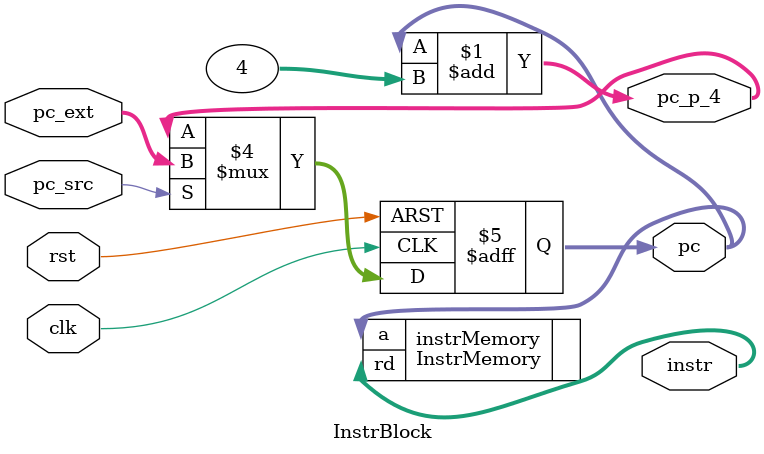
<source format=sv>
module InstrBlock (
    input  logic clk,
    input  logic rst,
    input  logic pc_src,
    input  logic [31:0] pc_ext,

    output logic [31:0] pc_p_4,
    output logic [31:0] pc,

    output logic [31:0] instr
);
    
    InstrMemory instrMemory(
        .a(pc),
        .rd(instr)
    );

    assign pc_p_4 = pc + 4;

    always_ff @(posedge clk, negedge rst) begin
        if (~rst)
            pc <= 0;
        else
            pc <= pc_src ? pc_ext : pc_p_4;
    end

endmodule
</source>
